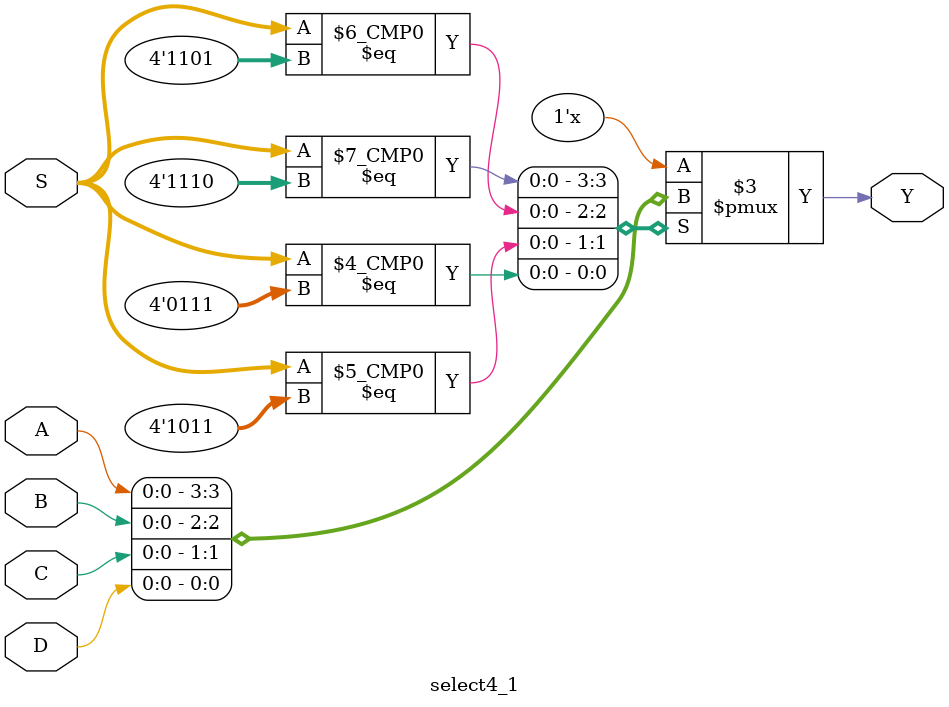
<source format=v>
module select4_1(S,A,B,C,D,Y);
	input wire [3:0]S;
	input A,B,C,D;
	output Y;
	reg Y;
	always @(*)	begin
		case(S)
			4'b1110:Y=A;
			4'b1101:Y=B;
			4'b1011:Y=C;
			4'b0111:Y=D;
			default:Y=1'bx;
		endcase
	end
endmodule

</source>
